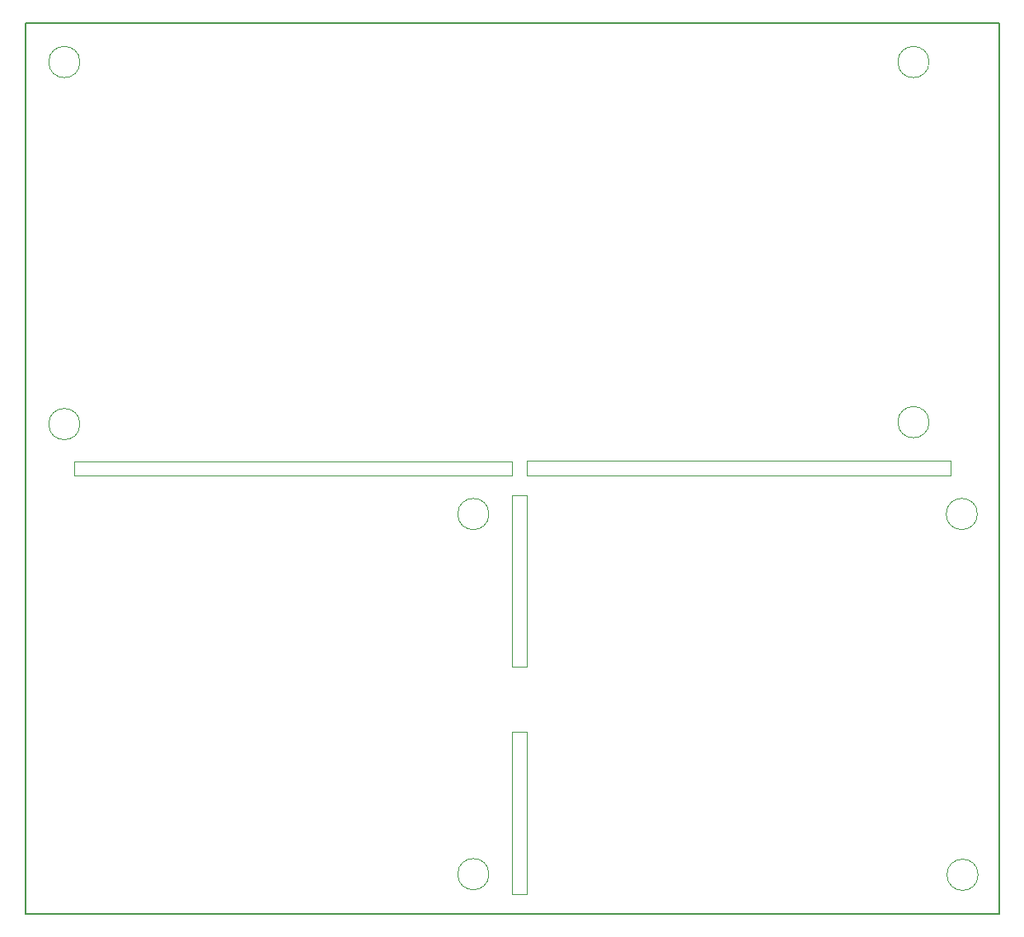
<source format=gbr>
%TF.GenerationSoftware,KiCad,Pcbnew,7.0.1*%
%TF.CreationDate,2023-05-21T16:34:47+02:00*%
%TF.ProjectId,kicad,6b696361-642e-46b6-9963-61645f706362,rev?*%
%TF.SameCoordinates,Original*%
%TF.FileFunction,Profile,NP*%
%FSLAX46Y46*%
G04 Gerber Fmt 4.6, Leading zero omitted, Abs format (unit mm)*
G04 Created by KiCad (PCBNEW 7.0.1) date 2023-05-21 16:34:47*
%MOMM*%
%LPD*%
G01*
G04 APERTURE LIST*
%TA.AperFunction,Profile*%
%ADD10C,0.100000*%
%TD*%
%TA.AperFunction,Profile*%
%ADD11C,0.200000*%
%TD*%
%TA.AperFunction,Profile*%
%ADD12C,0.050000*%
%TD*%
G04 APERTURE END LIST*
D10*
X144711200Y-83377000D02*
X146211200Y-83377000D01*
X146211200Y-100977000D01*
X144711200Y-100977000D01*
X144711200Y-83377000D01*
X99711200Y-79877000D02*
X144711200Y-79877000D01*
X144711200Y-81377000D01*
X99711200Y-81377000D01*
X99711200Y-79877000D01*
X146211200Y-79851600D02*
X189711200Y-79851600D01*
X189711200Y-81377000D01*
X146211200Y-81377000D01*
X146211200Y-79851600D01*
X144711200Y-107677000D02*
X146211200Y-107677000D01*
X146211200Y-124377000D01*
X144711200Y-124377000D01*
X144711200Y-107677000D01*
D11*
X194711200Y-126377000D02*
X146211200Y-126377000D01*
X144711200Y-126377000D01*
X94711200Y-126377000D01*
X94711200Y-34877000D01*
X194711200Y-34877000D01*
X194711200Y-126377000D01*
D12*
%TO.C,M4*%
X100311200Y-76077000D02*
G75*
G03*
X100311200Y-76077000I-1600000J0D01*
G01*
%TO.C,M7*%
X192471600Y-85312000D02*
G75*
G03*
X192471600Y-85312000I-1600000J0D01*
G01*
%TO.C,M6*%
X142311200Y-85312000D02*
G75*
G03*
X142311200Y-85312000I-1600000J0D01*
G01*
%TO.C,M9*%
X142311200Y-122312000D02*
G75*
G03*
X142311200Y-122312000I-1600000J0D01*
G01*
%TO.C,M3*%
X187511200Y-75877000D02*
G75*
G03*
X187511200Y-75877000I-1600000J0D01*
G01*
%TO.C,M1*%
X100311200Y-38877000D02*
G75*
G03*
X100311200Y-38877000I-1600000J0D01*
G01*
%TO.C,M2*%
X187511200Y-38877000D02*
G75*
G03*
X187511200Y-38877000I-1600000J0D01*
G01*
%TO.C,M10*%
X192551200Y-122377000D02*
G75*
G03*
X192551200Y-122377000I-1600000J0D01*
G01*
%TD*%
M02*

</source>
